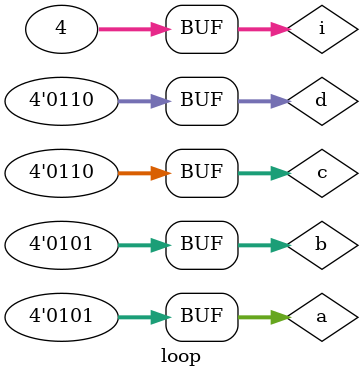
<source format=v>

module loop();

reg [3:0] a;
reg [3:0] b;
reg [3:0] c;
reg [3:0] d;

integer i;

always @* begin
  for (i = 0; i < 4; i = i + 1) begin
    b[i] = a[i];
    $display("process 1 : %0d %b", i, b);
  end
end

always @* begin
  for (i = 0; i < 4; i = i + 1) begin
    d[i] = c[i];
    $display("process 2 : %0d %b", i, d);
  end
end

initial begin
  #0;
  a = 5;
  #0;
  c = 6;
  #0;
  if ((b === 5) && (c === 6))
    $display("PASSED");
  else
    $display("FAILED");
end

endmodule

</source>
